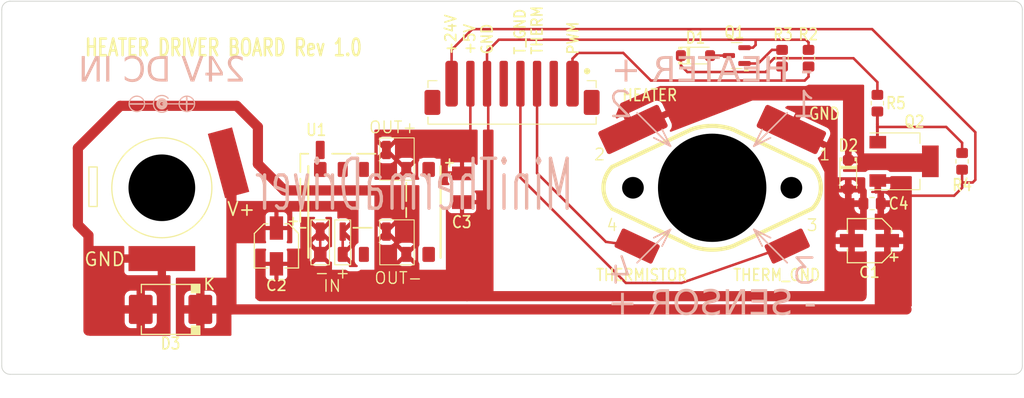
<source format=kicad_pcb>
(kicad_pcb (version 20241229) (generator "pcbnew") (generator_version "9.0")
  (layers (0 "F.Cu" signal) (2 "B.Cu" signal) (13 "F.Paste" user) (15 "B.Paste" user) (5 "F.SilkS" user "F.Silkscreen") (7 "B.SilkS" user "B.Silkscreen") (1 "F.Mask" user) (3 "B.Mask" user) (25 "Edge.Cuts" user))
  (net 0 "")
  (net 1 "+24V")
  (net 2 "0V")
  (net 3 "+5V")
  (net 4 "Net-(D1-A)")
  (net 5 "Net-(D1-K)")
  (net 6 "/HEATER")
  (net 7 "/THERMISTOR")
  (net 8 "/THERMISTOR_GND")
  (net 9 "/PWM")
  (net 11 "Net-(Q1-B)")
  (net 12 "Net-(Q2-G)")
  (footprint "MountingHole:MountingHole_2.7mm" (layer "F.Cu") (at 187 82)
    (property "Reference" "H4")
    (property "Value" "HOLE-M2.5")
    (pad "" np_thru_hole circle (at 0 0) (size 2.7 2.7) (drill 2.7) (layers "*.Cu" "*.Mask"))
  )
  (footprint "User_Global_Library:Cap-Tant-CaseB" (layer "F.Cu") (at 124 100 -90)
    (property "Reference" "C3" (at 4.1275 0.0325 180) (layer "F.SilkS") (effects (font (size 1.4 1.2) (thickness 0.2))))
    (property "Value" "10u 10V" (hide yes))
    (fp_line (start -3.45 1.5) (end -2.55 1.5) (stroke (width 0.2)) (layer "F.SilkS"))
    (fp_line (start 1.75 1.4) (end -1.75 1.4) (stroke (width 0.1)) (layer "F.SilkS"))
    (fp_line (start -3 1.05) (end -3 1.95) (stroke (width 0.2)) (layer "F.SilkS"))
    (fp_line (start -1.75 -1.4) (end 1.75 -1.4) (stroke (width 0.12)) (layer "F.SilkS"))
    (pad "1" smd rect (at -1.725 0 270) (size 1.65 2.4) (layers "F.Cu" "F.Mask" "F.Paste") (net 3 "+5V"))
    (pad "2" smd rect (at 1.725 0 270) (size 1.65 2.4) (layers "F.Cu" "F.Mask" "F.Paste") (net 2 "0V"))
  )
  (footprint "MountingHole:MountingHole_2.7mm" (layer "F.Cu") (at 73 82)
    (property "Reference" "H1")
    (property "Value" "HOLE-M2.5")
    (pad "" np_thru_hole circle (at 0 0) (size 2.7 2.7) (drill 2.7) (layers "*.Cu" "*.Mask"))
  )
  (footprint "User_Global_Library:DC-JACK-721A-PanelMount" (layer "F.Cu") (at 88 100)
    (property "Reference" "J1")
    (property "Value" "721A")
    (fp_rect (start -8.75 -2.5) (end -7.75 2.25) (stroke (width 0.15)) (fill no) (layer "F.SilkS"))
    (fp_circle (center 0 0) (end 0 6) (stroke (width 0.15)) (fill no) (layer "F.SilkS"))
    (fp_text user "V+" (at 7.71 3.4925 0) (layer "F.SilkS") (effects (font (size 1.6 1.6) (thickness 0.2)) (justify left bottom)))
    (fp_text user "GND" (at -9.435 9.525 0) (layer "F.SilkS") (effects (font (size 1.6 1.6) (thickness 0.2)) (justify left bottom)))
    (pad "" np_thru_hole circle (at 0 0) (size 8.001 8.001) (drill 8) (layers "*.Mask"))
    (pad "1" smd rect (at 8 -3 195) (size 3 8) (layers "F.Cu" "F.Mask" "F.Paste") (net 1 "+24V"))
    (pad "2" smd rect (at 0 8.5 90) (size 3 8) (layers "F.Cu" "F.Mask" "F.Paste") (net 2 "0V"))
  )
  (footprint "User_Global_Library:DC-DC-COMBINED-SMD" (layer "F.Cu") (at 113.5 102.9)
    (property "Reference" "U1" (at -6.985 -9.8425 0) (layer "F.SilkS") (effects (font (size 1.4 1.2) (thickness 0.2))))
    (property "Value" "DC-DC-OPTION")
    (fp_line (start -8.89 -6.985) (end -8.89 1.905) (stroke (width 0.2) (type dash)) (layer "F.SilkS"))
    (fp_line (start -8.89 -6.985) (end -7.9375 -6.985) (stroke (width 0.2) (type dash)) (layer "F.SilkS"))
    (fp_line (start -8.89 1.905) (end -8.255 1.905) (stroke (width 0.2) (type dash)) (layer "F.SilkS"))
    (fp_line (start -7.9375 -5.5) (end -7.9375 5.5) (stroke (width 0.25)) (layer "F.SilkS"))
    (fp_line (start -5.08 -6.985) (end 0.3175 -6.985) (stroke (width 0.2) (type dash)) (layer "F.SilkS"))
    (fp_line (start -2.54 1.905) (end 0.3175 1.905) (stroke (width 0.2) (type dash)) (layer "F.SilkS"))
    (fp_line (start 3.81 -3.4925) (end 3.81 0.635) (stroke (width 0.2) (type dash)) (layer "F.SilkS"))
    (fp_line (start 7.9375 -5.5) (end 7.9375 5.5) (stroke (width 0.25)) (layer "F.SilkS"))
    (fp_rect (start -7.62 0.9525) (end -5.3975 6.35) (stroke (width 0.12)) (fill no) (layer "F.SilkS"))
    (fp_rect (start -4.7625 0.9525) (end -2.8575 6.35) (stroke (width 0.12)) (fill no) (layer "F.SilkS"))
    (fp_rect (start 0.635 -8.89) (end 4.7625 -3.81) (stroke (width 0.12)) (fill no) (layer "F.SilkS"))
    (fp_rect (start 0.635 0.9525) (end 4.7625 6.35) (stroke (width 0.12)) (fill no) (layer "F.SilkS"))
    (fp_text user "+" (at -3.81 7.3025 0) (layer "F.SilkS") (effects (font (size 1.4 1.4))))
    (fp_text user "-" (at -6.31 7.3025 0) (layer "F.SilkS") (effects (font (size 1.4 1.4))))
    (fp_text user "OUT+" (at 2.2225 -10.16 0) (layer "F.SilkS") (effects (font (size 1.4 1.4))))
    (fp_text user "OUT-" (at 2.8575 7.9375 0) (layer "F.SilkS") (effects (font (size 1.4 1.4))))
    (fp_text user "IN" (at -5.08 8.89 0) (layer "F.SilkS") (effects (font (size 1.4 1.4))))
    (pad "1" smd roundrect (at -6.5 5.1) (size 1.5 1.8) (layers "F.Cu" "F.Mask" "F.Paste") (roundrect_rratio 0.15) (net 2 "0V"))
    (pad "1'" smd roundrect (at -6.5075 2.36) (size 1.065 2.2) (layers "F.Cu" "F.Mask" "F.Paste") (roundrect_rratio 0.15) (net 2 "0V"))
    (pad "2" smd roundrect (at -3.81 5.1) (size 1.2 1.8) (layers "F.Cu" "F.Mask" "F.Paste") (roundrect_rratio 0.15) (net 1 "+24V"))
    (pad "3" smd roundrect (at -1.27 5.1) (size 1.2 1.8) (layers "F.Cu" "F.Mask" "F.Paste") (roundrect_rratio 0.15))
    (pad "3'" smd roundrect (at -3.81 2.36) (size 0.75 2.2) (layers "F.Cu" "F.Mask" "F.Paste") (roundrect_rratio 0.15) (net 1 "+24V"))
    (pad "5" smd roundrect (at 3.81 5.1) (size 1.2 1.8) (layers "F.Cu" "F.Mask" "F.Paste") (roundrect_rratio 0.15) (net 2 "0V"))
    (pad "6" smd roundrect (at 6.5 5.1) (size 1.5 1.8) (layers "F.Cu" "F.Mask" "F.Paste") (roundrect_rratio 0.15))
    (pad "7" smd roundrect (at 6.5 -5.1) (size 1.5 1.8) (layers "F.Cu" "F.Mask" "F.Paste") (roundrect_rratio 0.15))
    (pad "7'" smd roundrect (at 1.4275 2.36) (size 1.065 2.2) (layers "F.Cu" "F.Mask" "F.Paste") (roundrect_rratio 0.15) (net 2 "0V"))
    (pad "8" smd roundrect (at 3.81 -5.1) (size 1.2 1.8) (layers "F.Cu" "F.Mask" "F.Paste") (roundrect_rratio 0.15) (net 3 "+5V"))
    (pad "8'" smd roundrect (at 1.4275 -7.44) (size 1.065 2.2) (layers "F.Cu" "F.Mask" "F.Paste") (roundrect_rratio 0.15) (net 3 "+5V"))
    (pad "10" smd roundrect (at -1.27 -5.1) (size 1.2 1.8) (layers "F.Cu" "F.Mask" "F.Paste") (roundrect_rratio 0.15))
    (pad "11" smd roundrect (at -3.81 -5.1) (size 1.2 1.8) (layers "F.Cu" "F.Mask" "F.Paste") (roundrect_rratio 0.15))
    (pad "12" smd roundrect (at -6.5 -5.1) (size 1.5 1.8) (layers "F.Cu" "F.Mask" "F.Paste") (roundrect_rratio 0.15))
    (pad "14'" smd roundrect (at -6.5075 -7.44) (size 1.065 2.2) (layers "F.Cu" "F.Mask" "F.Paste") (roundrect_rratio 0.15))
  )
  (footprint "Package_TO_SOT_SMD:SOT-23" (layer "F.Cu") (at 156.9375 84.125 180)
    (property "Reference" "Q1" (at 0.2675 2.78 0) (layer "F.SilkS") (effects (font (size 1.4 1.2) (thickness 0.2))))
    (property "Value" "BC847")
    (fp_line (start 0 1.56) (end 0.65 1.56) (stroke (width 0.12)) (layer "F.SilkS"))
    (fp_line (start 0 1.56) (end -0.65 1.56) (stroke (width 0.12)) (layer "F.SilkS"))
    (fp_line (start 0 -1.56) (end 0.65 -1.56) (stroke (width 0.12)) (layer "F.SilkS"))
    (fp_line (start 0 -1.56) (end -0.65 -1.56) (stroke (width 0.12)) (layer "F.SilkS"))
    (fp_poly (pts (xy -1.1625 -1.51) (xy -1.4025 -1.84) (xy -0.9225 -1.84)) (stroke (width 0.12)) (fill yes) (layer "F.SilkS"))
    (pad "1" smd roundrect (at -0.9375 -0.95 180) (size 1.475 0.6) (layers "F.Cu" "F.Mask" "F.Paste") (net 11 "Net-(Q1-B)"))
    (pad "2" smd roundrect (at -0.9375 0.95 180) (size 1.475 0.6) (layers "F.Cu" "F.Mask" "F.Paste") (net 2 "0V"))
    (pad "3" smd roundrect (at 0.9375 0 180) (size 1.475 0.6) (layers "F.Cu" "F.Mask" "F.Paste") (net 4 "Net-(D1-A)"))
  )
  (footprint "MountingHole:MountingHole_2.7mm" (layer "F.Cu") (at 73 118)
    (property "Reference" "H2")
    (property "Value" "HOLE-M2.5")
    (pad "" np_thru_hole circle (at 0 0) (size 2.7 2.7) (drill 2.7) (layers "*.Cu" "*.Mask"))
  )
  (footprint "User_Global_Library:D_SOD-123-pins12" (layer "F.Cu") (at 170.3225 98.4125 -90)
    (property "Reference" "D2" (at -3.4925 0 180) (layer "F.SilkS") (effects (font (size 1.4 1.2) (thickness 0.2))))
    (property "Value" "1N4001W")
    (fp_line (start -1.65 1) (end 1.65 1) (stroke (width 0.12)) (layer "F.SilkS"))
    (fp_line (start -1.65 -1) (end 1.65 -1) (stroke (width 0.12)) (layer "F.SilkS"))
    (fp_rect (start -2 0.8) (end -1.65 1) (stroke (width 0.12)) (fill yes) (layer "F.SilkS"))
    (fp_rect (start -2 -1) (end -1.65 -0.8) (stroke (width 0.12)) (fill yes) (layer "F.SilkS"))
    (fp_rect (start -1 -1) (end -0.7 1) (stroke (width 0.12)) (fill yes) (layer "F.SilkS"))
    (pad "1" smd roundrect (at -1.75 0 270) (size 1.2 1.3) (layers "F.Cu" "F.Mask" "F.Paste") (net 6 "/HEATER"))
    (pad "2" smd roundrect (at 1.75 0 270) (size 1.2 1.3) (layers "F.Cu" "F.Mask" "F.Paste") (net 2 "0V"))
  )
  (footprint "Resistor_SMD:R_0805_2012Metric_Pad1.20x1.40mm_HandSolder" (layer "F.Cu") (at 183.975 96.825 90)
    (property "Reference" "R4" (at -2.8575 0 180) (layer "F.SilkS") (effects (font (size 1.4 1.2) (thickness 0.2))))
    (property "Value" "1k")
    (fp_line (start -0.227064 -0.735) (end 0.227064 -0.735) (stroke (width 0.12)) (layer "F.SilkS"))
    (fp_line (start -0.227064 0.735) (end 0.227064 0.735) (stroke (width 0.12)) (layer "F.SilkS"))
    (pad "1" smd roundrect (at -1 0 90) (size 1.2 1.4) (layers "F.Cu" "F.Mask" "F.Paste") (roundrect_rratio 0.208333) (net 1 "+24V"))
    (pad "2" smd roundrect (at 1 0 90) (size 1.2 1.4) (layers "F.Cu" "F.Mask" "F.Paste") (roundrect_rratio 0.208333) (net 12 "Net-(Q2-G)"))
  )
  (footprint "User_Global_Library:DO-214AB-TVS-UNIDIR" (layer "F.Cu") (at 89.0425 114.605 180)
    (property "Reference" "D3" (at 0 -4.1 0) (layer "F.SilkS") (effects (font (size 1.4 1.2) (thickness 0.2))))
    (property "Value" "SMDJ26A")
    (fp_line (start 3.5 3) (end 3.5 2) (stroke (width 0.15)) (layer "F.SilkS"))
    (fp_line (start 3.5 -3) (end 3.5 -2) (stroke (width 0.15)) (layer "F.SilkS"))
    (fp_line (start -3.5 3) (end 3.5 3) (stroke (width 0.15)) (layer "F.SilkS"))
    (fp_line (start -3.5 3) (end -3.5 2) (stroke (width 0.15)) (layer "F.SilkS"))
    (fp_line (start -3.5 -3) (end 3.5 -3) (stroke (width 0.15)) (layer "F.SilkS"))
    (fp_line (start -3.5 -3) (end -3.5 -2) (stroke (width 0.15)) (layer "F.SilkS"))
    (fp_rect (start -3.5 2) (end -2.5 3) (stroke (width 0.15)) (fill yes) (layer "F.SilkS"))
    (fp_rect (start -3.5 -3) (end -2.5 -2) (stroke (width 0.15)) (fill yes) (layer "F.SilkS"))
    (fp_text user "K" (at -3.81 2.2225 0) (layer "F.SilkS") (effects (font (size 1.4 1.4) (thickness 0.2)) (justify left bottom)))
    (pad "1" smd roundrect (at -3.575 0 270) (size 3.5 2.85) (layers "F.Cu" "F.Mask" "F.Paste") (roundrect_rratio 0.1) (net 1 "+24V"))
    (pad "2" smd roundrect (at 3.575 0 270) (size 3.5 2.85) (layers "F.Cu" "F.Mask" "F.Paste") (roundrect_rratio 0.1) (net 2 "0V"))
  )
  (footprint "Capacitor_SMD:C_0805_2012Metric_Pad1.18x1.45mm_HandSolder" (layer "F.Cu") (at 173.18 101.905 180)
    (property "Reference" "C4" (at -3.175 0 0) (layer "F.SilkS") (effects (font (size 1.4 1.2) (thickness 0.2))))
    (property "Value" "100n")
    (fp_line (start -0.261252 0.735) (end 0.261252 0.735) (stroke (width 0.12)) (layer "F.SilkS"))
    (fp_line (start -0.261252 -0.735) (end 0.261252 -0.735) (stroke (width 0.12)) (layer "F.SilkS"))
    (pad "1" smd roundrect (at -1.0375 0 180) (size 1.175 1.45) (layers "F.Cu" "F.Mask" "F.Paste") (roundrect_rratio 0.212766) (net 1 "+24V"))
    (pad "2" smd roundrect (at 1.0375 0 180) (size 1.175 1.45) (layers "F.Cu" "F.Mask" "F.Paste") (roundrect_rratio 0.212766) (net 2 "0V"))
  )
  (footprint "User_Global_Library:KPJX-PM-4S" (layer "F.Cu") (at 154 100)
    (property "Reference" "J2" (hide yes))
    (property "Value" "KPJX-PM-4S")
    (fp_line (start -11.999998 2.5) (end -2.499999 7) (stroke (width 0.5)) (layer "F.SilkS"))
    (fp_line (start -2.5 -6.999999) (end -11.999998 -2.5) (stroke (width 0.5)) (layer "F.SilkS"))
    (fp_line (start 2.5 6.999999) (end 12 2.499998) (stroke (width 0.5)) (layer "F.SilkS"))
    (fp_line (start 12 -2.5) (end 2.5 -7) (stroke (width 0.5)) (layer "F.SilkS"))
    (fp_arc (start -12 2.5) (mid -13.035534 0) (end -12 -2.5) (stroke (width 0.5)) (layer "F.SilkS"))
    (fp_arc (start -2.5 -7) (mid 0 -7.433034) (end 2.5 -7) (stroke (width 0.5)) (layer "F.SilkS"))
    (fp_arc (start 2.5 7) (mid 0 7.433034) (end -2.5 7) (stroke (width 0.5)) (layer "F.SilkS"))
    (fp_arc (start 12 -2.5) (mid 13.035534 0) (end 12 2.5) (stroke (width 0.5)) (layer "F.SilkS"))
    (fp_text user "1" (at 13.5 -4 0) (layer "F.SilkS") (effects (font (size 1.4 1.4))))
    (fp_text user "2" (at -13.5 -4 0) (layer "F.SilkS") (effects (font (size 1.4 1.4))))
    (fp_text user "3" (at 12 4.5 0) (layer "F.SilkS") (effects (font (size 1.4 1.4))))
    (fp_text user "4" (at -12 4.5 0) (layer "F.SilkS") (effects (font (size 1.4 1.4))))
    (pad "" np_thru_hole circle (at -9.5 0) (size 2.7 2.7) (drill 2.6) (layers "*.Mask"))
    (pad "" np_thru_hole circle (at 0 0) (size 13.1 13.1) (drill 13) (layers "*.Mask"))
    (pad "" np_thru_hole circle (at 9.5 0) (size 2.7 2.7) (drill 2.6) (layers "*.Mask"))
    (pad "1" smd roundrect (at 9.5 -7 335) (size 8 3) (layers "F.Cu" "F.Mask" "F.Paste") (roundrect_rratio 0.1) (net 2 "0V"))
    (pad "2" smd roundrect (at -9.5 -7 25) (size 8 3) (layers "F.Cu" "F.Mask" "F.Paste") (roundrect_rratio 0.1) (net 6 "/HEATER"))
    (pad "3" smd roundrect (at 9 7 25) (size 5 2.5) (layers "F.Cu" "F.Mask" "F.Paste") (roundrect_rratio 0.1) (net 8 "/THERMISTOR_GND"))
    (pad "4" smd roundrect (at -9 7 335) (size 5 2.5) (layers "F.Cu" "F.Mask" "F.Paste") (roundrect_rratio 0.1) (net 7 "/THERMISTOR"))
  )
  (footprint "User_Global_Library:Cap-Electrolytic-SMD-Pana-Case-C" (layer "F.Cu") (at 172.8625 106.35 90)
    (property "Reference" "C1" (at -3.81 0 180) (layer "F.SilkS") (effects (font (size 1.27 1.27) (thickness 0.2))))
    (property "Value" "10u 35V" (hide yes))
    (fp_line (start 2.65 -2.65) (end 1 -2.65) (stroke (width 0.15)) (layer "F.SilkS"))
    (fp_line (start 2.65 -2.65) (end 2.65 1.5) (stroke (width 0.15)) (layer "F.SilkS"))
    (fp_line (start -2.65 -2.65) (end -1 -2.65) (stroke (width 0.15)) (layer "F.SilkS"))
    (fp_line (start -2.65 -2.65) (end -2.65 1.5) (stroke (width 0.15)) (layer "F.SilkS"))
    (fp_line (start 2.65 1.5) (end 1.5 2.65) (stroke (width 0.15)) (layer "F.SilkS"))
    (fp_line (start -2.65 1.5) (end -1.5 2.65) (stroke (width 0.15)) (layer "F.SilkS"))
    (fp_line (start -2 2.5) (end -2 3.4) (stroke (width 0.2)) (layer "F.SilkS"))
    (fp_line (start 1.5 2.65) (end 1 2.65) (stroke (width 0.15)) (layer "F.SilkS"))
    (fp_line (start -1.5 2.65) (end -1 2.65) (stroke (width 0.15)) (layer "F.SilkS"))
    (fp_line (start -2.45 2.95) (end -1.55 2.95) (stroke (width 0.2)) (layer "F.SilkS"))
    (pad "1" smd rect (at 0 2.15 90) (size 1.6 2.8) (layers "F.Cu" "F.Mask" "F.Paste") (net 1 "+24V"))
    (pad "2" smd rect (at 0 -2.15 90) (size 1.6 2.8) (layers "F.Cu" "F.Mask" "F.Paste") (net 2 "0V"))
  )
  (footprint "Resistor_SMD:R_0805_2012Metric_Pad1.20x1.40mm_HandSolder" (layer "F.Cu") (at 162.385 84.4425 90)
    (property "Reference" "R3" (at 2.875 0.115 180) (layer "F.SilkS") (effects (font (size 1.4 1.2) (thickness 0.2))))
    (property "Value" "1k")
    (fp_line (start -0.227064 -0.735) (end 0.227064 -0.735) (stroke (width 0.12)) (layer "F.SilkS"))
    (fp_line (start -0.227064 0.735) (end 0.227064 0.735) (stroke (width 0.12)) (layer "F.SilkS"))
    (pad "1" smd roundrect (at -1 0 90) (size 1.2 1.4) (layers "F.Cu" "F.Mask" "F.Paste") (roundrect_rratio 0.208333) (net 9 "/PWM"))
    (pad "2" smd roundrect (at 1 0 90) (size 1.2 1.4) (layers "F.Cu" "F.Mask" "F.Paste") (roundrect_rratio 0.208333) (net 11 "Net-(Q1-B)"))
  )
  (footprint "MountingHole:MountingHole_2.7mm" (layer "F.Cu") (at 187 118)
    (property "Reference" "H3")
    (property "Value" "HOLE-M2.5")
    (pad "" np_thru_hole circle (at 0 0) (size 2.7 2.7) (drill 2.7) (layers "*.Cu" "*.Mask"))
  )
  (footprint "Resistor_SMD:R_0805_2012Metric_Pad1.20x1.40mm_HandSolder" (layer "F.Cu") (at 165.56 84.4425 90)
    (property "Reference" "R2" (at 2.875 -0.0275 180) (layer "F.SilkS") (effects (font (size 1.4 1.2) (thickness 0.2))))
    (property "Value" "10k")
    (fp_line (start -0.227064 -0.735) (end 0.227064 -0.735) (stroke (width 0.12)) (layer "F.SilkS"))
    (fp_line (start -0.227064 0.735) (end 0.227064 0.735) (stroke (width 0.12)) (layer "F.SilkS"))
    (pad "1" smd roundrect (at -1 0 90) (size 1.2 1.4) (layers "F.Cu" "F.Mask" "F.Paste") (roundrect_rratio 0.208333) (net 9 "/PWM"))
    (pad "2" smd roundrect (at 1 0 90) (size 1.2 1.4) (layers "F.Cu" "F.Mask" "F.Paste") (roundrect_rratio 0.208333) (net 2 "0V"))
  )
  (footprint "User_Global_Library:D_SOD-123-pins12" (layer "F.Cu") (at 152 84.125)
    (property "Reference" "D1" (at 0 -2.145 0) (layer "F.SilkS") (effects (font (size 1.4 1.2) (thickness 0.2))))
    (property "Value" "SZMMSZ5242BT1G")
    (fp_line (start -1.65 -1) (end 1.65 -1) (stroke (width 0.12)) (layer "F.SilkS"))
    (fp_line (start -1.65 1) (end 1.65 1) (stroke (width 0.12)) (layer "F.SilkS"))
    (fp_rect (start -2 -1) (end -1.65 -0.8) (stroke (width 0.12)) (fill yes) (layer "F.SilkS"))
    (fp_rect (start -2 0.8) (end -1.65 1) (stroke (width 0.12)) (fill yes) (layer "F.SilkS"))
    (fp_rect (start -1 -1) (end -0.7 1) (stroke (width 0.12)) (fill yes) (layer "F.SilkS"))
    (pad "1" smd roundrect (at -1.75 0) (size 1.2 1.3) (layers "F.Cu" "F.Mask" "F.Paste") (net 5 "Net-(D1-K)"))
    (pad "2" smd roundrect (at 1.75 0) (size 1.2 1.3) (layers "F.Cu" "F.Mask" "F.Paste") (net 4 "Net-(D1-A)"))
  )
  (footprint "User_Global_Library:Cap-Electrolytic-SMD-Pana-Case-C" (layer "F.Cu") (at 101.7425 106.985 180)
    (property "Reference" "C2" (at 0 -4.75 180) (layer "F.SilkS") (effects (font (size 1.27 1.27) (thickness 0.2))))
    (property "Value" "10u 35V" (hide yes))
    (fp_line (start 2.65 1.5) (end 1.5 2.65) (stroke (width 0.15)) (layer "F.SilkS"))
    (fp_line (start 2.65 -2.65) (end 2.65 1.5) (stroke (width 0.15)) (layer "F.SilkS"))
    (fp_line (start 2.65 -2.65) (end 1 -2.65) (stroke (width 0.15)) (layer "F.SilkS"))
    (fp_line (start 1.5 2.65) (end 1 2.65) (stroke (width 0.15)) (layer "F.SilkS"))
    (fp_line (start -1.5 2.65) (end -1 2.65) (stroke (width 0.15)) (layer "F.SilkS"))
    (fp_line (start -2 2.5) (end -2 3.4) (stroke (width 0.2)) (layer "F.SilkS"))
    (fp_line (start -2.45 2.95) (end -1.55 2.95) (stroke (width 0.2)) (layer "F.SilkS"))
    (fp_line (start -2.65 1.5) (end -1.5 2.65) (stroke (width 0.15)) (layer "F.SilkS"))
    (fp_line (start -2.65 -2.65) (end -1 -2.65) (stroke (width 0.15)) (layer "F.SilkS"))
    (fp_line (start -2.65 -2.65) (end -2.65 1.5) (stroke (width 0.15)) (layer "F.SilkS"))
    (pad "1" smd rect (at 0 2.15 180) (size 1.6 2.8) (layers "F.Cu" "F.Mask" "F.Paste") (net 1 "+24V"))
    (pad "2" smd rect (at 0 -2.15 180) (size 1.6 2.8) (layers "F.Cu" "F.Mask" "F.Paste") (net 2 "0V"))
  )
  (footprint "User_Global_Library:SOT-223" (layer "F.Cu") (at 177.015 96.825)
    (property "Reference" "Q2" (at 1.245 -4.7625 0) (layer "F.SilkS") (effects (font (size 1.4 1.2) (thickness 0.2))))
    (property "Value" "DMP6023LE")
    (fp_line (start -4.1 -3.41) (end 1.91 -3.41) (stroke (width 0.12)) (layer "F.SilkS"))
    (fp_line (start -4.1 3.41) (end 1.91 3.41) (stroke (width 0.12)) (layer "F.SilkS"))
    (fp_line (start 1.91 -3.41) (end 1.91 -2.15) (stroke (width 0.12)) (layer "F.SilkS"))
    (fp_line (start 1.91 3.41) (end 1.91 2.15) (stroke (width 0.12)) (layer "F.SilkS"))
    (pad "1" smd rect (at -3.15 -2.3) (size 2 1.5) (layers "F.Cu" "F.Mask" "F.Paste") (net 12 "Net-(Q2-G)"))
    (pad "2" smd rect (at -3.15 0) (size 2 1.5) (layers "F.Cu" "F.Mask" "F.Paste") (net 6 "/HEATER"))
    (pad "2" smd rect (at 3.15 0) (size 2 3.8) (layers "F.Cu" "F.Mask" "F.Paste") (net 6 "/HEATER"))
    (pad "3" smd rect (at -3.15 2.3) (size 2 1.5) (layers "F.Cu" "F.Mask" "F.Paste") (net 1 "+24V"))
  )
  (footprint "User_Global_Library:JST_PH_8WAY-VERT-SMD-B8B-PH-SM4-TB" (layer "F.Cu") (at 130 88 180)
    (property "Reference" "J3")
    (property "Value" "JST-PH")
    (fp_line (start 10.085 0.86) (end 9 0.86) (stroke (width 0.12)) (layer "F.SilkS"))
    (fp_line (start 10.085 0.01) (end 10.085 0.86) (stroke (width 0.12)) (layer "F.SilkS"))
    (fp_line (start 10.085 -4.36) (end 10.085 -3.51) (stroke (width 0.12)) (layer "F.SilkS"))
    (fp_line (start -10.085 0.86) (end -9 0.86) (stroke (width 0.12)) (layer "F.SilkS"))
    (fp_line (start -10.085 0.01) (end -10.085 0.86) (stroke (width 0.12)) (layer "F.SilkS"))
    (fp_line (start -10.085 -3.51) (end -10.085 -4.36) (stroke (width 0.12)) (layer "F.SilkS"))
    (fp_line (start -10.085 -4.36) (end 10.085 -4.36) (stroke (width 0.12)) (layer "F.SilkS"))
    (fp_circle (center -9 2) (end -8.7 2) (stroke (width 0.15)) (fill yes) (layer "F.SilkS"))
    (pad "1" smd roundrect (at -7.25 0.5 180) (size 1.5 5.5) (layers "F.Cu" "F.Mask" "F.Paste") (net 9 "/PWM"))
    (pad "2" smd roundrect (at -5 0.5 180) (size 1 5.5) (layers "F.Cu" "F.Mask" "F.Paste"))
    (pad "3" smd roundrect (at -3 0.5 180) (size 1 5.5) (layers "F.Cu" "F.Mask" "F.Paste") (net 7 "/THERMISTOR"))
    (pad "4" smd roundrect (at -1 0.5 180) (size 1 5.5) (layers "F.Cu" "F.Mask" "F.Paste") (net 8 "/THERMISTOR_GND"))
    (pad "5" smd roundrect (at 1 0.5 180) (size 1 5.5) (layers "F.Cu" "F.Mask" "F.Paste"))
    (pad "6" smd roundrect (at 3 0.5 180) (size 1 5.5) (layers "F.Cu" "F.Mask" "F.Paste") (net 2 "0V"))
    (pad "7" smd roundrect (at 5 0.5 180) (size 1 5.5) (layers "F.Cu" "F.Mask" "F.Paste") (net 3 "+5V"))
    (pad "8" smd roundrect (at 7.25 0.5 180) (size 1.5 5.5) (layers "F.Cu" "F.Mask" "F.Paste") (net 1 "+24V"))
    (pad "MP" smd roundrect (at -9.55 -1.75 180) (size 1.9 3) (layers "F.Cu" "F.Mask" "F.Paste") (roundrect_rratio 0.15625))
    (pad "MP" smd roundrect (at 9.55 -1.75 180) (size 1.9 3) (layers "F.Cu" "F.Mask" "F.Paste") (roundrect_rratio 0.15625))
  )
  (footprint "Resistor_SMD:R_0805_2012Metric_Pad1.20x1.40mm_HandSolder" (layer "F.Cu") (at 173.815 89.84 90)
    (property "Reference" "R5" (at 0 2.2225 180) (layer "F.SilkS") (effects (font (size 1.4 1.2) (thickness 0.2))))
    (property "Value" "100R")
    (fp_line (start -0.227064 -0.735) (end 0.227064 -0.735) (stroke (width 0.12)) (layer "F.SilkS"))
    (fp_line (start -0.227064 0.735) (end 0.227064 0.735) (stroke (width 0.12)) (layer "F.SilkS"))
    (pad "1" smd roundrect (at -1 0 90) (size 1.2 1.4) (layers "F.Cu" "F.Mask" "F.Paste") (roundrect_rratio 0.208333) (net 12 "Net-(Q2-G)"))
    (pad "2" smd roundrect (at 1 0 90) (size 1.2 1.4) (layers "F.Cu" "F.Mask" "F.Paste") (roundrect_rratio 0.208333) (net 5 "Net-(D1-K)"))
  )
  (footprint "Symbol:Symbol_Barrel_Polarity" (layer "B.Cu") (at 88 90)
    (property "Reference" "REF**" (hide yes))
    (property "Value" "Symbol_Barrel_Polarity")
    (fp_line (start -2 -0.075) (end -1.1 -0.075) (stroke (width 0.15)) (layer "B.SilkS"))
    (fp_line (start 0 -0.075) (end 2 -0.075) (stroke (width 0.15)) (layer "B.SilkS"))
    (fp_arc (start 0.675 0.675) (mid -1.007627 -0.128033) (end 0.75 -0.75) (stroke (width 0.15)) (layer "B.SilkS"))
    (fp_circle (center -3 -0.075) (end -3 -1) (stroke (width 0.15)) (fill no) (layer "B.SilkS"))
    (fp_circle (center 0 -0.075) (end 0 -0.25) (stroke (width 0.5)) (fill no) (layer "B.SilkS"))
    (fp_circle (center 3 -0.075) (end 3 -1) (stroke (width 0.15)) (fill no) (layer "B.SilkS"))
  )
  (gr_line (start 149 105) (end 148 107) (stroke (width 0.2)) (layer "B.SilkS"))
  (gr_line (start 159 95) (end 160 93) (stroke (width 0.2)) (layer "B.SilkS"))
  (gr_line (start 145 91) (end 149 95) (stroke (width 0.2)) (layer "B.SilkS"))
  (gr_line (start 149 105) (end 145 109) (stroke (width 0.2)) (layer "B.SilkS"))
  (gr_line (start 149 105) (end 147 106) (stroke (width 0.2)) (layer "B.SilkS"))
  (gr_line (start 159 105) (end 163 109) (stroke (width 0.2)) (layer "B.SilkS"))
  (gr_line (start 159 95) (end 161 94) (stroke (width 0.2)) (layer "B.SilkS"))
  (gr_line (start 159 105) (end 160 107) (stroke (width 0.2)) (layer "B.SilkS"))
  (gr_line (start 159 105) (end 161 106) (stroke (width 0.2)) (layer "B.SilkS"))
  (gr_line (start 163 91) (end 159 95) (stroke (width 0.2)) (layer "B.SilkS"))
  (gr_line (start 149 95) (end 147 94) (stroke (width 0.2)) (layer "B.SilkS"))
  (gr_line (start 149 95) (end 148 93) (stroke (width 0.2)) (layer "B.SilkS"))
  (gr_arc (start 190.2 77.6) (mid 190.907107 77.892893) (end 191.2 78.6) (stroke (width 0.1)) (layer "Edge.Cuts"))
  (gr_line (start 69.8 77.6) (end 190.2 77.6) (stroke (width 0.1)) (layer "Edge.Cuts"))
  (gr_arc (start 191.2 121.4) (mid 190.907107 122.107107) (end 190.2 122.4) (stroke (width 0.1)) (layer "Edge.Cuts"))
  (gr_line (start 191.2 78.6) (end 191.2 121.4) (stroke (width 0.1)) (layer "Edge.Cuts"))
  (gr_arc (start 69.8 122.4) (mid 69.092893 122.107107) (end 68.8 121.4) (stroke (width 0.1)) (layer "Edge.Cuts"))
  (gr_arc (start 68.8 78.6) (mid 69.092893 77.892893) (end 69.8 77.6) (stroke (width 0.1)) (layer "Edge.Cuts"))
  (gr_line (start 69.8 122.4) (end 190.2 122.4) (stroke (width 0.1)) (layer "Edge.Cuts"))
  (gr_line (start 68.8 78.6) (end 68.8 121.4) (stroke (width 0.1)) (layer "Edge.Cuts"))
  (gr_text "+5V" (at 124.92 84.125 90) (layer "F.SilkS") (effects (font (size 1.3 1.2) (thickness 0.2) (bold yes)) (justify left)))
  (gr_text "GND" (at 167.465 91.11 0) (layer "F.SilkS") (effects (font (size 1.4 1.2) (thickness 0.2) (bold yes))))
  (gr_text "THERM_GND" (at 161.75 110.4775 0) (layer "F.SilkS") (effects (font (size 1.4 1.2) (thickness 0.2) (bold yes))))
  (gr_text "+24V" (at 122.65 84.125 90) (layer "F.SilkS") (effects (font (size 1.3 1.2) (thickness 0.2) (bold yes)) (justify left)))
  (gr_text "T_GND" (at 130.9525 84.125 90) (layer "F.SilkS") (effects (font (size 1.3 1.2) (thickness 0.2) (bold yes)) (justify left)))
  (gr_text "HEATER" (at 146.51 88.8875 0) (layer "F.SilkS") (effects (font (size 1.4 1.2) (thickness 0.2) (bold yes))))
  (gr_text "THERM" (at 133 84.125 90) (layer "F.SilkS") (effects (font (size 1.3 1.2) (thickness 0.2) (bold yes)) (justify left)))
  (gr_text "GND" (at 127 84.1 90) (layer "F.SilkS") (effects (font (size 1.3 1.2) (thickness 0.2) (bold yes)) (justify left)))
  (gr_text "HEATER DRIVER BOARD Rev 1.0" (at 95.3925 83.1725 0) (layer "F.SilkS") (effects (font (size 2 1.4) (thickness 0.3) (bold yes))))
  (gr_text "THERMISTOR" (at 145.5575 110.4775 0) (layer "F.SilkS") (effects (font (size 1.4 1.2) (thickness 0.2) (bold yes))))
  (gr_text "PWM" (at 137.3025 84.125 90) (layer "F.SilkS") (effects (font (size 1.3 1.2) (thickness 0.2) (bold yes)) (justify left)))
  (gr_text "24V DC IN" (at 88 86 0) (layer "B.SilkS") (effects (font (size 3 2.8) (thickness 0.5)) (justify mirror)))
  (gr_text "4" (at 143 110 0) (layer "B.SilkS") (effects (font (size 3 3) (thickness 0.3)) (justify mirror)))
  (gr_text "-" (at 86.35 90.95 0) (layer "B.SilkS") (effects (font (size 2 2) (thickness 0.2)) (justify left bottom mirror)))
  (gr_text "MiniThermaDriver" (at 118.25 99.7 0) (layer "B.SilkS") (effects (font (size 6 3) (thickness 0.4)) (justify mirror)))
  (gr_text "3" (at 165 110 0) (layer "B.SilkS") (effects (font (size 3 3) (thickness 0.3)) (justify mirror)))
  (gr_text "- SENSOR +" (at 154 114 0) (layer "B.SilkS") (effects (font (size 3 3) (thickness 0.5)) (justify mirror)))
  (gr_text "1" (at 165 90 0) (layer "B.SilkS") (effects (font (size 3 3) (thickness 0.3)) (justify mirror)))
  (gr_text "2" (at 143 90 0) (layer "B.SilkS") (effects (font (size 3 3) (thickness 0.3)) (justify mirror)))
  (gr_text "- HEATER +" (at 154 86 0) (layer "B.SilkS") (effects (font (size 3 3) (thickness 0.5)) (justify mirror)))
  (gr_text "+" (at 92.35 90.95 0) (layer "B.SilkS") (effects (font (size 2 2) (thickness 0.2)) (justify left bottom mirror)))
  (segment (start 96.345 114.605) (end 177.3075 114.605) (width 1.2192) (layer "F.Cu") (net 1))
  (segment (start 183.975 100) (end 183.0225 100.9525) (width 0.3048) (layer "F.Cu") (net 1))
  (segment (start 173.18 80.95) (end 185.5625 93.3325) (width 0.3048) (layer "F.Cu") (net 1))
  (segment (start 125.2375 80.95) (end 173.18 80.95) (width 0.3048) (layer "F.Cu") (net 1))
  (segment (start 183.0225 100.9525) (end 177.3075 100.9525) (width 0.3048) (layer "F.Cu") (net 1))
  (segment (start 185.5625 93.3325) (end 185.5625 99.0475) (width 0.3048) (layer "F.Cu") (net 1))
  (segment (start 122.75 83.4375) (end 125.2375 80.95) (width 0.3048) (layer "F.Cu") (net 1))
  (segment (start 183.975 97.825) (end 183.975 99.365) (width 0.3048) (layer "F.Cu") (net 1))
  (segment (start 183.975 99.365) (end 183.975 100) (width 0.3048) (layer "F.Cu") (net 1))
  (segment (start 109.69 105.26) (end 109.69 108) (width 0.3048) (layer "F.Cu") (net 1))
  (segment (start 185.245 99.365) (end 183.975 99.365) (width 0.3048) (layer "F.Cu") (net 1))
  (segment (start 96 97) (end 96 99.3375) (width 1.2192) (layer "F.Cu") (net 1))
  (segment (start 96.345 99.6825) (end 96.345 114.605) (width 1.2192) (layer "F.Cu") (net 1))
  (segment (start 95.75 99.0875) (end 96.345 99.6825) (width 1.2192) (layer "F.Cu") (net 1))
  (segment (start 122.75 87.5) (end 122.75 83.4375) (width 0.3048) (layer "F.Cu") (net 1))
  (segment (start 185.5625 99.0475) (end 185.245 99.365) (width 0.3048) (layer "F.Cu") (net 1))
  (segment (start 96 99.3375) (end 96.345 99.6825) (width 1.2192) (layer "F.Cu") (net 1))
  (segment (start 159.21 82.22) (end 165.2425 82.22) (width 0.3048) (layer "F.Cu") (net 2))
  (segment (start 77.93 104.445) (end 79.2 105.715) (width 1.2192) (layer "F.Cu") (net 2))
  (segment (start 127 83.6325) (end 128.4125 82.22) (width 0.3048) (layer "F.Cu") (net 2))
  (segment (start 102.695 100.3175) (end 99.52 97.1425) (width 1.2192) (layer "F.Cu") (net 2))
  (segment (start 124.6025 113.0175) (end 142.065 113.0175) (width 1.2192) (layer "F.Cu") (net 2))
  (segment (start 99.52 97.1425) (end 99.52 92.6975) (width 1.2192) (layer "F.Cu") (net 2))
  (segment (start 83.01 90.1575) (end 77.93 95.2375) (width 1.2192) (layer "F.Cu") (net 2))
  (segment (start 128.4125 82.22) (end 159.21 82.22) (width 0.3048) (layer "F.Cu") (net 2))
  (segment (start 127 87.5) (end 127.1425 87.6425) (width 0.3048) (layer "F.Cu") (net 2))
  (segment (start 158.89 83.175) (end 159.21 82.855) (width 0.3048) (layer "F.Cu") (net 2))
  (segment (start 99.52 92.6975) (end 96.98 90.1575) (width 1.2192) (layer "F.Cu") (net 2))
  (segment (start 114.76 100.3175) (end 102.695 100.3175) (width 1.2192) (layer "F.Cu") (net 2))
  (segment (start 77.93 95.2375) (end 77.93 104.445) (width 1.2192) (layer "F.Cu") (net 2))
  (segment (start 165.56 82.5375) (end 165.56 83.4425) (width 0.3048) (layer "F.Cu") (net 2))
  (segment (start 142.065 113.0175) (end 171.91 113.0175) (width 1.2192) (layer "F.Cu") (net 2))
  (segment (start 127 87.5) (end 127 83.6325) (width 0.3048) (layer "F.Cu") (net 2))
  (segment (start 79.2 105.715) (end 79.2 117.145) (width 1.2192) (layer "F.Cu") (net 2))
  (segment (start 127.1425 87.6425) (end 127.1425 94.285) (width 0.3048) (layer "F.Cu") (net 2))
  (segment (start 159.21 82.855) (end 159.21 82.22) (width 0.3048) (layer "F.Cu") (net 2))
  (segment (start 124.6025 113.0175) (end 99.8375 113.0175) (width 1.2192) (layer "F.Cu") (net 2))
  (segment (start 106.9925 105.26) (end 106.9925 107.9925) (width 0.3048) (layer "F.Cu") (net 2))
  (segment (start 96.98 90.1575) (end 83.01 90.1575) (width 1.2192) (layer "F.Cu") (net 2))
  (segment (start 157.875 83.175) (end 158.89 83.175) (width 0.3048) (layer "F.Cu") (net 2))
  (segment (start 165.2425 82.22) (end 165.56 82.5375) (width 0.3048) (layer "F.Cu") (net 2))
  (segment (start 106.9925 107.9925) (end 107 108) (width 0.3048) (layer "F.Cu") (net 2))
  (segment (start 125 87.5) (end 125 93.2525) (width 0.3048) (layer "F.Cu") (net 3))
  (segment (start 153.75 84.125) (end 156 84.125) (width 0.3048) (layer "F.Cu") (net 4))
  (segment (start 160.41 86.1) (end 160.7975 85.7125) (width 0.3048) (layer "F.Cu") (net 5))
  (segment (start 150.25 85.325) (end 151.025 86.1) (width 0.3048) (layer "F.Cu") (net 5))
  (segment (start 170.9425 84.4425) (end 173.815 87.315) (width 0.3048) (layer "F.Cu") (net 5))
  (segment (start 160.7975 85.7125) (end 160.7975 85.0775) (width 0.3048) (layer "F.Cu") (net 5))
  (segment (start 160.7975 85.0775) (end 161.4325 84.4425) (width 0.3048) (layer "F.Cu") (net 5))
  (segment (start 161.4325 84.4425) (end 170.9425 84.4425) (width 0.3048) (layer "F.Cu") (net 5))
  (segment (start 173.815 87.315) (end 173.815 88.84) (width 0.3048) (layer "F.Cu") (net 5))
  (segment (start 151.025 86.1) (end 160.41 86.1) (width 0.3048) (layer "F.Cu") (net 5))
  (segment (start 150.25 84.125) (end 150.25 85.325) (width 0.3048) (layer "F.Cu") (net 5))
  (segment (start 141.2625 106.5) (end 133 98.2375) (width 0.3048) (layer "F.Cu") (net 7))
  (segment (start 133 98.2375) (end 133 87.5) (width 0.3048) (layer "F.Cu") (net 7))
  (segment (start 141.2625 106.5) (end 145 107) (width 0.3048) (layer "F.Cu") (net 7))
  (segment (start 150.32 111.43) (end 143.6525 111.43) (width 0.3048) (layer "F.Cu") (net 8))
  (segment (start 143.6525 111.43) (end 131 98.7775) (width 0.3048) (layer "F.Cu") (net 8))
  (segment (start 131 98.7775) (end 131 87.5) (width 0.3048) (layer "F.Cu") (net 8))
  (segment (start 150.32 111.43) (end 163 107) (width 0.3048) (layer "F.Cu") (net 8))
  (segment (start 137.9375 83.8075) (end 143.335 83.8075) (width 0.3048) (layer "F.Cu") (net 9))
  (segment (start 162.385 87.125) (end 165.1 87.125) (width 0.3048) (layer "F.Cu") (net 9))
  (segment (start 146.6525 87.125) (end 162.385 87.125) (width 0.3048) (layer "F.Cu") (net 9))
  (segment (start 137.25 84.495) (end 137.9375 83.8075) (width 0.3048) (layer "F.Cu") (net 9))
  (segment (start 137.25 87.5) (end 137.25 84.495) (width 0.3048) (layer "F.Cu") (net 9))
  (segment (start 162.385 85.4425) (end 162.385 87.125) (width 0.3048) (layer "F.Cu") (net 9))
  (segment (start 165.56 86.665) (end 165.56 85.4425) (width 0.3048) (layer "F.Cu") (net 9))
  (segment (start 165.1 87.125) (end 165.56 86.665) (width 0.3048) (layer "F.Cu") (net 9))
  (segment (start 143.335 83.8075) (end 146.6525 87.125) (width 0.3048) (layer "F.Cu") (net 9))
  (segment (start 162.385 83.4425) (end 161.1625 83.4425) (width 0.3048) (layer "F.Cu") (net 11))
  (segment (start 161.1625 83.4425) (end 159.5275 85.0775) (width 0.3048) (layer "F.Cu") (net 11))
  (segment (start 159.5275 85.0775) (end 159.525 85.075) (width 0.3048) (layer "F.Cu") (net 11))
  (segment (start 159.525 85.075) (end 157.875 85.075) (width 0.3048) (layer "F.Cu") (net 11))
  (segment (start 183.975 95.825) (end 183.975 94.6025) (width 0.3048) (layer "F.Cu") (net 12))
  (segment (start 182.07 92.6975) (end 173.815 92.6975) (width 0.3048) (layer "F.Cu") (net 12))
  (segment (start 183.975 94.6025) (end 182.07 92.6975) (width 0.3048) (layer "F.Cu") (net 12))
  (segment (start 173.865 94.525) (end 173.815 94.475) (width 0.3556) (layer "F.Cu") (net 12))
  (segment (start 173.815 94.475) (end 173.815 92.6975) (width 0.3556) (layer "F.Cu") (net 12))
  (segment (start 173.815 92.6975) (end 173.815 92.38) (width 0.3556) (layer "F.Cu") (net 12))
  (segment (start 173.815 92.38) (end 173.815 90.84) (width 0.3556) (layer "F.Cu") (net 12))
  (zone (net 2) (net_name "0V") (layer "F.Cu") (priority 6) (connect_pads (clearance 0.5)) (min_thickness 0.25) (fill yes (thermal_gap 0.5) (thermal_bridge_width 1))
    (polygon (pts (xy 89.0425 106.985) (xy 79.2 106.985) (xy 79.2 117.78) (xy 89.0425 117.78)))
  )
  (zone (net 2) (net_name "0V") (layer "F.Cu") (priority 1) (connect_pads (clearance 0.5)) (min_thickness 0.25) (fill yes (thermal_gap 0.5) (thermal_bridge_width 0.8))
    (polygon (pts (xy 163.02 90.1575) (xy 168.1 90.1575) (xy 169.0525 91.11) (xy 169.0525 98.73) (xy 172.2275 98.73) (xy 172.545 99.0475) (xy 172.545 113.0175) (xy 167.465 113.0175) (xy 167.465 98.095) (xy 166.195 95.555) (xy 159.5275 92.6975) (xy 159.845 92.0625)))
  )
  (zone (net 1) (net_name "+24V") (layer "F.Cu") (connect_pads (clearance 0.5)) (min_thickness 0.25) (fill yes (thermal_gap 0.5) (thermal_bridge_width 0.8))
    (polygon (pts (xy 172.8625 98.095) (xy 177.9425 98.095) (xy 177.9425 114.2875) (xy 173.4975 114.2875) (xy 173.4975 100.635) (xy 172.8625 100.635)))
  )
  (zone (net 3) (net_name "+5V") (layer "F.Cu") (priority 5) (connect_pads (clearance 0.5)) (min_thickness 0.25) (fill yes (thermal_gap 0.5) (thermal_bridge_width 0.5))
    (polygon (pts (xy 118.8875 99.0475) (xy 113.49 99.0475) (xy 113.49 93.015) (xy 125.8725 93.015) (xy 125.8725 99.6825) (xy 121.4275 99.6825) (xy 121.4275 96.5075) (xy 118.8875 96.5075)))
  )
  (zone (net 6) (net_name "/HEATER") (layer "F.Cu") (priority 2) (connect_pads (clearance 0.5)) (min_thickness 0.25) (fill yes (thermal_gap 0.5) (thermal_bridge_width 0.8))
    (polygon (pts (xy 143.97 95.2375) (xy 158.829001 89.5225) (xy 169.6875 89.5225) (xy 169.6875 98.095) (xy 180.8 98.095) (xy 180.8 95.8725) (xy 172.2275 95.8725) (xy 172.2275 87.6175) (xy 148.0975 87.6175) (xy 143.0175 89.84) (xy 142.3825 91.4275)))
  )
  (zone (net 2) (net_name "0V") (layer "F.Cu") (priority 3) (connect_pads (clearance 0.5)) (min_thickness 0.25) (fill yes (thermal_gap 0.5) (thermal_bridge_width 0.5))
    (polygon (pts (xy 99.2025 107.3025) (xy 99.2025 113.335) (xy 127.7775 113.335) (xy 127.7775 93.015) (xy 126.5075 93.015) (xy 126.5075 100.3175) (xy 122.0625 100.3175) (xy 122.0625 109.8425) (xy 118.8875 109.8425) (xy 118.8875 99.6825) (xy 113.49 99.6825) (xy 113.49 109.8425) (xy 108.41 109.8425) (xy 108.41 103.4925) (xy 104.6 103.4925) (xy 104.6 107.3025)))
  )
  (zone (net 1) (net_name "+24V") (layer "F.Cu") (priority 4) (connect_pads (clearance 0.5)) (min_thickness 0.25) (fill yes (thermal_gap 0.5) (thermal_bridge_width 0.5))
    (polygon (pts (xy 96.345 106.6675) (xy 96.345 101.5875) (xy 111.585 101.5875) (xy 111.585 109.525) (xy 109.045 109.525) (xy 109.045 102.8575) (xy 103.6475 102.8575) (xy 103.6475 106.6675)))
  )
  (zone (net 1) (net_name "+24V") (layer "F.Cu") (priority 7) (connect_pads (clearance 0.5)) (min_thickness 0.25) (fill yes (thermal_gap 0.5) (thermal_bridge_width 1))
    (polygon (pts (xy 89.6775 117.78) (xy 89.6775 110.795) (xy 96.345 110.795) (xy 96.345 117.78)))
  )
)
</source>
